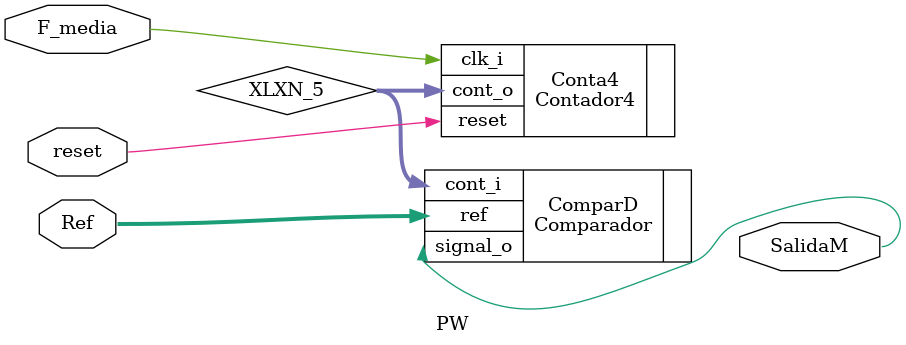
<source format=v>
`timescale 1ns / 1ps
module PW(F_media,Ref,reset,SalidaM);

    input F_media;
    input [3:0] Ref;
    input reset;
		output SalidaM;
   
   wire [3:0] XLXN_5;
   
   Comparador  ComparD (.cont_i(XLXN_5[3:0]),.ref(Ref[3:0]),.signal_o(SalidaM));
   Contador4  Conta4 (.clk_i(F_media),.reset(reset),.cont_o(XLXN_5[3:0]));
	
	
endmodule

</source>
